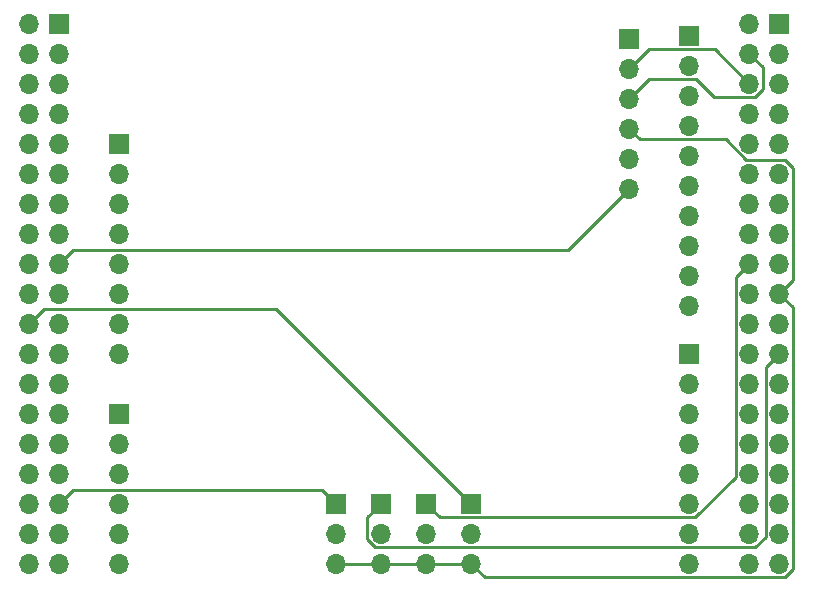
<source format=gbr>
%TF.GenerationSoftware,KiCad,Pcbnew,6.0.11-2627ca5db0~126~ubuntu20.04.1*%
%TF.CreationDate,2023-06-15T20:00:44-04:00*%
%TF.ProjectId,breakout,62726561-6b6f-4757-942e-6b696361645f,rev?*%
%TF.SameCoordinates,Original*%
%TF.FileFunction,Copper,L1,Top*%
%TF.FilePolarity,Positive*%
%FSLAX46Y46*%
G04 Gerber Fmt 4.6, Leading zero omitted, Abs format (unit mm)*
G04 Created by KiCad (PCBNEW 6.0.11-2627ca5db0~126~ubuntu20.04.1) date 2023-06-15 20:00:44*
%MOMM*%
%LPD*%
G01*
G04 APERTURE LIST*
%TA.AperFunction,ComponentPad*%
%ADD10O,1.700000X1.700000*%
%TD*%
%TA.AperFunction,ComponentPad*%
%ADD11R,1.700000X1.700000*%
%TD*%
%TA.AperFunction,Conductor*%
%ADD12C,0.250000*%
%TD*%
G04 APERTURE END LIST*
D10*
%TO.P,CN7,38,Pin_38*%
%TO.N,unconnected-(CN7-Pad38)*%
X113030000Y-133350000D03*
%TO.P,CN7,37,Pin_37*%
%TO.N,unconnected-(CN7-Pad37)*%
X115570000Y-133350000D03*
%TO.P,CN7,36,Pin_36*%
%TO.N,unconnected-(CN7-Pad36)*%
X113030000Y-130810000D03*
%TO.P,CN7,35,Pin_35*%
%TO.N,unconnected-(CN7-Pad35)*%
X115570000Y-130810000D03*
%TO.P,CN7,34,Pin_34*%
%TO.N,unconnected-(CN7-Pad34)*%
X113030000Y-128270000D03*
%TO.P,CN7,33,Pin_33*%
%TO.N,Net-(ESC1-Pad1)*%
X115570000Y-128270000D03*
%TO.P,CN7,32,Pin_32*%
%TO.N,unconnected-(CN7-Pad32)*%
X113030000Y-125730000D03*
%TO.P,CN7,31,Pin_31*%
%TO.N,unconnected-(CN7-Pad31)*%
X115570000Y-125730000D03*
%TO.P,CN7,30,Pin_30*%
%TO.N,unconnected-(CN7-Pad30)*%
X113030000Y-123190000D03*
%TO.P,CN7,29,Pin_29*%
%TO.N,unconnected-(CN7-Pad29)*%
X115570000Y-123190000D03*
%TO.P,CN7,28,Pin_28*%
%TO.N,unconnected-(CN7-Pad28)*%
X113030000Y-120650000D03*
%TO.P,CN7,27,Pin_27*%
%TO.N,unconnected-(CN7-Pad27)*%
X115570000Y-120650000D03*
%TO.P,CN7,26,Pin_26*%
%TO.N,unconnected-(CN7-Pad26)*%
X113030000Y-118110000D03*
%TO.P,CN7,25,Pin_25*%
%TO.N,unconnected-(CN7-Pad25)*%
X115570000Y-118110000D03*
%TO.P,CN7,24,Pin_24*%
%TO.N,unconnected-(CN7-Pad24)*%
X113030000Y-115570000D03*
%TO.P,CN7,23,Pin_23*%
%TO.N,unconnected-(CN7-Pad23)*%
X115570000Y-115570000D03*
%TO.P,CN7,22,Pin_22*%
%TO.N,Net-(CN7-Pad22)*%
X113030000Y-113030000D03*
%TO.P,CN7,21,Pin_21*%
%TO.N,unconnected-(CN7-Pad21)*%
X115570000Y-113030000D03*
%TO.P,CN7,20,Pin_20*%
%TO.N,unconnected-(CN7-Pad20)*%
X113030000Y-110490000D03*
%TO.P,CN7,19,Pin_19*%
%TO.N,unconnected-(CN7-Pad19)*%
X115570000Y-110490000D03*
%TO.P,CN7,18,Pin_18*%
%TO.N,unconnected-(CN7-Pad18)*%
X113030000Y-107950000D03*
%TO.P,CN7,17,Pin_17*%
%TO.N,Net-(IMU1-Pad6)*%
X115570000Y-107950000D03*
%TO.P,CN7,16,Pin_16*%
%TO.N,unconnected-(CN7-Pad16)*%
X113030000Y-105410000D03*
%TO.P,CN7,15,Pin_15*%
%TO.N,unconnected-(CN7-Pad15)*%
X115570000Y-105410000D03*
%TO.P,CN7,14,Pin_14*%
%TO.N,unconnected-(CN7-Pad14)*%
X113030000Y-102870000D03*
%TO.P,CN7,13,Pin_13*%
%TO.N,unconnected-(CN7-Pad13)*%
X115570000Y-102870000D03*
%TO.P,CN7,12,Pin_12*%
%TO.N,unconnected-(CN7-Pad12)*%
X113030000Y-100330000D03*
%TO.P,CN7,11,Pin_11*%
%TO.N,unconnected-(CN7-Pad11)*%
X115570000Y-100330000D03*
%TO.P,CN7,10,Pin_10*%
%TO.N,unconnected-(CN7-Pad10)*%
X113030000Y-97790000D03*
%TO.P,CN7,9,Pin_9*%
%TO.N,unconnected-(CN7-Pad9)*%
X115570000Y-97790000D03*
%TO.P,CN7,8,Pin_8*%
%TO.N,unconnected-(CN7-Pad8)*%
X113030000Y-95250000D03*
%TO.P,CN7,7,Pin_7*%
%TO.N,unconnected-(CN7-Pad7)*%
X115570000Y-95250000D03*
%TO.P,CN7,6,Pin_6*%
%TO.N,unconnected-(CN7-Pad6)*%
X113030000Y-92710000D03*
%TO.P,CN7,5,Pin_5*%
%TO.N,unconnected-(CN7-Pad5)*%
X115570000Y-92710000D03*
%TO.P,CN7,4,Pin_4*%
%TO.N,unconnected-(CN7-Pad4)*%
X113030000Y-90170000D03*
%TO.P,CN7,3,Pin_3*%
%TO.N,unconnected-(CN7-Pad3)*%
X115570000Y-90170000D03*
%TO.P,CN7,2,Pin_2*%
%TO.N,unconnected-(CN7-Pad2)*%
X113030000Y-87630000D03*
D11*
%TO.P,CN7,1,Pin_1*%
%TO.N,unconnected-(CN7-Pad1)*%
X115570000Y-87630000D03*
%TD*%
%TO.P,CN10,1,Pin_1*%
%TO.N,unconnected-(CN10-Pad1)*%
X176530000Y-87630000D03*
D10*
%TO.P,CN10,2,Pin_2*%
%TO.N,unconnected-(CN10-Pad2)*%
X173990000Y-87630000D03*
%TO.P,CN10,3,Pin_3*%
%TO.N,unconnected-(CN10-Pad3)*%
X176530000Y-90170000D03*
%TO.P,CN10,4,Pin_4*%
%TO.N,Net-(IMU1-Pad3)*%
X173990000Y-90170000D03*
%TO.P,CN10,5,Pin_5*%
%TO.N,unconnected-(CN10-Pad5)*%
X176530000Y-92710000D03*
%TO.P,CN10,6,Pin_6*%
%TO.N,Net-(IMU1-Pad2)*%
X173990000Y-92710000D03*
%TO.P,CN10,7,Pin_7*%
%TO.N,unconnected-(CN10-Pad7)*%
X176530000Y-95250000D03*
%TO.P,CN10,8,Pin_8*%
%TO.N,unconnected-(CN10-Pad8)*%
X173990000Y-95250000D03*
%TO.P,CN10,9,Pin_9*%
%TO.N,unconnected-(CN10-Pad9)*%
X176530000Y-97790000D03*
%TO.P,CN10,10,Pin_10*%
%TO.N,unconnected-(CN10-Pad10)*%
X173990000Y-97790000D03*
%TO.P,CN10,11,Pin_11*%
%TO.N,unconnected-(CN10-Pad11)*%
X176530000Y-100330000D03*
%TO.P,CN10,12,Pin_12*%
%TO.N,unconnected-(CN10-Pad12)*%
X173990000Y-100330000D03*
%TO.P,CN10,13,Pin_13*%
%TO.N,unconnected-(CN10-Pad13)*%
X176530000Y-102870000D03*
%TO.P,CN10,14,Pin_14*%
%TO.N,unconnected-(CN10-Pad14)*%
X173990000Y-102870000D03*
%TO.P,CN10,15,Pin_15*%
%TO.N,unconnected-(CN10-Pad15)*%
X176530000Y-105410000D03*
%TO.P,CN10,16,Pin_16*%
%TO.N,unconnected-(CN10-Pad16)*%
X173990000Y-105410000D03*
%TO.P,CN10,17,Pin_17*%
%TO.N,unconnected-(CN10-Pad17)*%
X176530000Y-107950000D03*
%TO.P,CN10,18,Pin_18*%
%TO.N,Net-(ESC3-Pad1)*%
X173990000Y-107950000D03*
%TO.P,CN10,19,Pin_19*%
%TO.N,/GND*%
X176530000Y-110490000D03*
%TO.P,CN10,20,Pin_20*%
%TO.N,unconnected-(CN10-Pad20)*%
X173990000Y-110490000D03*
%TO.P,CN10,21,Pin_21*%
%TO.N,unconnected-(CN10-Pad21)*%
X176530000Y-113030000D03*
%TO.P,CN10,22,Pin_22*%
%TO.N,unconnected-(CN10-Pad22)*%
X173990000Y-113030000D03*
%TO.P,CN10,23,Pin_23*%
%TO.N,Net-(CN10-Pad23)*%
X176530000Y-115570000D03*
%TO.P,CN10,24,Pin_24*%
%TO.N,unconnected-(CN10-Pad24)*%
X173990000Y-115570000D03*
%TO.P,CN10,25,Pin_25*%
%TO.N,unconnected-(CN10-Pad25)*%
X176530000Y-118110000D03*
%TO.P,CN10,26,Pin_26*%
%TO.N,unconnected-(CN10-Pad26)*%
X173990000Y-118110000D03*
%TO.P,CN10,27,Pin_27*%
%TO.N,unconnected-(CN10-Pad27)*%
X176530000Y-120650000D03*
%TO.P,CN10,28,Pin_28*%
%TO.N,unconnected-(CN10-Pad28)*%
X173990000Y-120650000D03*
%TO.P,CN10,29,Pin_29*%
%TO.N,unconnected-(CN10-Pad29)*%
X176530000Y-123190000D03*
%TO.P,CN10,30,Pin_30*%
%TO.N,unconnected-(CN10-Pad30)*%
X173990000Y-123190000D03*
%TO.P,CN10,31,Pin_31*%
%TO.N,unconnected-(CN10-Pad31)*%
X176530000Y-125730000D03*
%TO.P,CN10,32,Pin_32*%
%TO.N,unconnected-(CN10-Pad32)*%
X173990000Y-125730000D03*
%TO.P,CN10,33,Pin_33*%
%TO.N,unconnected-(CN10-Pad33)*%
X176530000Y-128270000D03*
%TO.P,CN10,34,Pin_34*%
%TO.N,unconnected-(CN10-Pad34)*%
X173990000Y-128270000D03*
%TO.P,CN10,35,Pin_35*%
%TO.N,unconnected-(CN10-Pad35)*%
X176530000Y-130810000D03*
%TO.P,CN10,36,Pin_36*%
%TO.N,unconnected-(CN10-Pad36)*%
X173990000Y-130810000D03*
%TO.P,CN10,37,Pin_37*%
%TO.N,unconnected-(CN10-Pad37)*%
X176530000Y-133350000D03*
%TO.P,CN10,38,Pin_38*%
%TO.N,unconnected-(CN10-Pad38)*%
X173990000Y-133350000D03*
%TD*%
%TO.P,ESC4,3,Pin_3*%
%TO.N,/GND*%
X150400000Y-133350000D03*
%TO.P,ESC4,2,Pin_2*%
%TO.N,unconnected-(ESC4-Pad2)*%
X150400000Y-130810000D03*
D11*
%TO.P,ESC4,1,Pin_1*%
%TO.N,Net-(CN7-Pad22)*%
X150400000Y-128270000D03*
%TD*%
%TO.P,ESC3,1,Pin_1*%
%TO.N,Net-(ESC3-Pad1)*%
X146590000Y-128270000D03*
D10*
%TO.P,ESC3,2,Pin_2*%
%TO.N,unconnected-(ESC3-Pad2)*%
X146590000Y-130810000D03*
%TO.P,ESC3,3,Pin_3*%
%TO.N,/GND*%
X146590000Y-133350000D03*
%TD*%
D11*
%TO.P,CN9,1,Pin_1*%
%TO.N,unconnected-(CN9-Pad1)*%
X168910000Y-115570000D03*
D10*
%TO.P,CN9,2,Pin_2*%
%TO.N,unconnected-(CN9-Pad2)*%
X168910000Y-118110000D03*
%TO.P,CN9,3,Pin_3*%
%TO.N,unconnected-(CN9-Pad3)*%
X168910000Y-120650000D03*
%TO.P,CN9,4,Pin_4*%
%TO.N,unconnected-(CN9-Pad4)*%
X168910000Y-123190000D03*
%TO.P,CN9,5,Pin_5*%
%TO.N,unconnected-(CN9-Pad5)*%
X168910000Y-125730000D03*
%TO.P,CN9,6,Pin_6*%
%TO.N,unconnected-(CN9-Pad6)*%
X168910000Y-128270000D03*
%TO.P,CN9,7,Pin_7*%
%TO.N,unconnected-(CN9-Pad7)*%
X168910000Y-130810000D03*
%TO.P,CN9,8,Pin_8*%
%TO.N,unconnected-(CN9-Pad8)*%
X168910000Y-133350000D03*
%TD*%
D11*
%TO.P,CN6,1,Pin_1*%
%TO.N,unconnected-(CN6-Pad1)*%
X120650000Y-97790000D03*
D10*
%TO.P,CN6,2,Pin_2*%
%TO.N,unconnected-(CN6-Pad2)*%
X120650000Y-100330000D03*
%TO.P,CN6,3,Pin_3*%
%TO.N,unconnected-(CN6-Pad3)*%
X120650000Y-102870000D03*
%TO.P,CN6,4,Pin_4*%
%TO.N,unconnected-(CN6-Pad4)*%
X120650000Y-105410000D03*
%TO.P,CN6,5,Pin_5*%
%TO.N,unconnected-(CN6-Pad5)*%
X120650000Y-107950000D03*
%TO.P,CN6,6,Pin_6*%
%TO.N,unconnected-(CN6-Pad6)*%
X120650000Y-110490000D03*
%TO.P,CN6,7,Pin_7*%
%TO.N,unconnected-(CN6-Pad7)*%
X120650000Y-113030000D03*
%TO.P,CN6,8,Pin_8*%
%TO.N,unconnected-(CN6-Pad8)*%
X120650000Y-115570000D03*
%TD*%
D11*
%TO.P,CN8,1,Pin_1*%
%TO.N,unconnected-(CN8-Pad1)*%
X120650000Y-120650000D03*
D10*
%TO.P,CN8,2,Pin_2*%
%TO.N,unconnected-(CN8-Pad2)*%
X120650000Y-123190000D03*
%TO.P,CN8,3,Pin_3*%
%TO.N,unconnected-(CN8-Pad3)*%
X120650000Y-125730000D03*
%TO.P,CN8,4,Pin_4*%
%TO.N,unconnected-(CN8-Pad4)*%
X120650000Y-128270000D03*
%TO.P,CN8,5,Pin_5*%
%TO.N,unconnected-(CN8-Pad5)*%
X120650000Y-130810000D03*
%TO.P,CN8,6,Pin_6*%
%TO.N,unconnected-(CN8-Pad6)*%
X120650000Y-133350000D03*
%TD*%
D11*
%TO.P,IMU1,1,Pin_1*%
%TO.N,unconnected-(IMU1-Pad1)*%
X163830000Y-88900000D03*
D10*
%TO.P,IMU1,2,Pin_2*%
%TO.N,Net-(IMU1-Pad2)*%
X163830000Y-91440000D03*
%TO.P,IMU1,3,Pin_3*%
%TO.N,Net-(IMU1-Pad3)*%
X163830000Y-93980000D03*
%TO.P,IMU1,4,Pin_4*%
%TO.N,/GND*%
X163830000Y-96520000D03*
%TO.P,IMU1,5,Pin_5*%
%TO.N,unconnected-(IMU1-Pad5)*%
X163830000Y-99060000D03*
%TO.P,IMU1,6,Pin_6*%
%TO.N,Net-(IMU1-Pad6)*%
X163830000Y-101600000D03*
%TD*%
D11*
%TO.P,ESC2,1,Pin_1*%
%TO.N,Net-(CN10-Pad23)*%
X142780000Y-128270000D03*
D10*
%TO.P,ESC2,2,Pin_2*%
%TO.N,unconnected-(ESC2-Pad2)*%
X142780000Y-130810000D03*
%TO.P,ESC2,3,Pin_3*%
%TO.N,/GND*%
X142780000Y-133350000D03*
%TD*%
%TO.P,ESC1,3,Pin_3*%
%TO.N,/GND*%
X138970000Y-133350000D03*
%TO.P,ESC1,2,Pin_2*%
%TO.N,unconnected-(ESC1-Pad2)*%
X138970000Y-130810000D03*
D11*
%TO.P,ESC1,1,Pin_1*%
%TO.N,Net-(ESC1-Pad1)*%
X138970000Y-128270000D03*
%TD*%
%TO.P,CN5,1,Pin_1*%
%TO.N,unconnected-(CN5-Pad1)*%
X168910000Y-88650000D03*
D10*
%TO.P,CN5,2,Pin_2*%
%TO.N,unconnected-(CN5-Pad2)*%
X168910000Y-91190000D03*
%TO.P,CN5,3,Pin_3*%
%TO.N,unconnected-(CN5-Pad3)*%
X168910000Y-93730000D03*
%TO.P,CN5,4,Pin_4*%
%TO.N,unconnected-(CN5-Pad4)*%
X168910000Y-96270000D03*
%TO.P,CN5,5,Pin_5*%
%TO.N,unconnected-(CN5-Pad5)*%
X168910000Y-98810000D03*
%TO.P,CN5,6,Pin_6*%
%TO.N,unconnected-(CN5-Pad6)*%
X168910000Y-101350000D03*
%TO.P,CN5,7,Pin_7*%
%TO.N,unconnected-(CN5-Pad7)*%
X168910000Y-103890000D03*
%TO.P,CN5,8,Pin_8*%
%TO.N,unconnected-(CN5-Pad8)*%
X168910000Y-106430000D03*
%TO.P,CN5,9,Pin_9*%
%TO.N,unconnected-(CN5-Pad9)*%
X168910000Y-108970000D03*
%TO.P,CN5,10,Pin_10*%
%TO.N,unconnected-(CN5-Pad10)*%
X168910000Y-111510000D03*
%TD*%
D12*
%TO.N,Net-(IMU1-Pad6)*%
X163830000Y-101600000D02*
X158655000Y-106775000D01*
X158655000Y-106775000D02*
X116745000Y-106775000D01*
X116745000Y-106775000D02*
X115570000Y-107950000D01*
%TO.N,/GND*%
X163830000Y-96520000D02*
X164755000Y-97445000D01*
X164755000Y-97445000D02*
X171982799Y-97445000D01*
X171982799Y-97445000D02*
X173692799Y-99155000D01*
X173692799Y-99155000D02*
X177016701Y-99155000D01*
X177016701Y-99155000D02*
X177705000Y-99843299D01*
X177705000Y-99843299D02*
X177705000Y-109315000D01*
X177705000Y-109315000D02*
X176530000Y-110490000D01*
%TO.N,Net-(IMU1-Pad3)*%
X163830000Y-93980000D02*
X165445000Y-92365000D01*
X165445000Y-92365000D02*
X169443299Y-92365000D01*
X169443299Y-92365000D02*
X170963299Y-93885000D01*
X170963299Y-93885000D02*
X174476701Y-93885000D01*
X174476701Y-93885000D02*
X175165000Y-93196701D01*
X175165000Y-93196701D02*
X175165000Y-91345000D01*
X175165000Y-91345000D02*
X173990000Y-90170000D01*
%TO.N,Net-(IMU1-Pad2)*%
X163830000Y-91440000D02*
X165445000Y-89825000D01*
X165445000Y-89825000D02*
X171105000Y-89825000D01*
X171105000Y-89825000D02*
X173990000Y-92710000D01*
%TO.N,/GND*%
X150400000Y-133350000D02*
X151575000Y-134525000D01*
X151575000Y-134525000D02*
X177016701Y-134525000D01*
X177016701Y-134525000D02*
X177705000Y-133836701D01*
X177705000Y-133836701D02*
X177705000Y-111665000D01*
X177705000Y-111665000D02*
X176530000Y-110490000D01*
%TO.N,Net-(ESC3-Pad1)*%
X146590000Y-128270000D02*
X147765000Y-129445000D01*
X147765000Y-129445000D02*
X169396701Y-129445000D01*
X169396701Y-129445000D02*
X172815000Y-126026701D01*
X172815000Y-126026701D02*
X172815000Y-109125000D01*
X172815000Y-109125000D02*
X173990000Y-107950000D01*
%TO.N,Net-(CN10-Pad23)*%
X142780000Y-128270000D02*
X141605000Y-129445000D01*
X141605000Y-129445000D02*
X141605000Y-131296701D01*
X141605000Y-131296701D02*
X142293299Y-131985000D01*
X142293299Y-131985000D02*
X174476701Y-131985000D01*
X174476701Y-131985000D02*
X175355000Y-131106701D01*
X175355000Y-131106701D02*
X175355000Y-116745000D01*
X175355000Y-116745000D02*
X176530000Y-115570000D01*
%TO.N,/GND*%
X138970000Y-133350000D02*
X142780000Y-133350000D01*
X142780000Y-133350000D02*
X146590000Y-133350000D01*
X150400000Y-133350000D02*
X146590000Y-133350000D01*
%TO.N,Net-(CN7-Pad22)*%
X150400000Y-128270000D02*
X133890000Y-111760000D01*
X133890000Y-111760000D02*
X114300000Y-111760000D01*
X114300000Y-111760000D02*
X113030000Y-113030000D01*
%TO.N,Net-(ESC1-Pad1)*%
X138970000Y-128270000D02*
X137795000Y-127095000D01*
X137795000Y-127095000D02*
X116745000Y-127095000D01*
X116745000Y-127095000D02*
X115570000Y-128270000D01*
%TD*%
M02*

</source>
